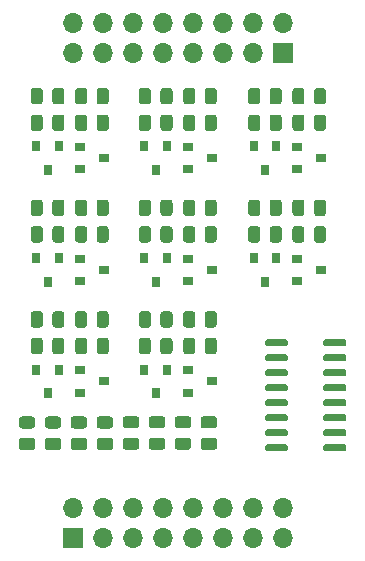
<source format=gts>
%TF.GenerationSoftware,KiCad,Pcbnew,(5.1.9)-1*%
%TF.CreationDate,2021-06-12T20:27:07+01:00*%
%TF.ProjectId,ModulePullUpDown,4d6f6475-6c65-4507-956c-6c5570446f77,rev?*%
%TF.SameCoordinates,Original*%
%TF.FileFunction,Soldermask,Top*%
%TF.FilePolarity,Negative*%
%FSLAX46Y46*%
G04 Gerber Fmt 4.6, Leading zero omitted, Abs format (unit mm)*
G04 Created by KiCad (PCBNEW (5.1.9)-1) date 2021-06-12 20:27:07*
%MOMM*%
%LPD*%
G01*
G04 APERTURE LIST*
%ADD10R,1.700000X1.700000*%
%ADD11O,1.700000X1.700000*%
%ADD12R,0.800000X0.900000*%
%ADD13R,0.900000X0.800000*%
G04 APERTURE END LIST*
D10*
%TO.C,J1*%
X26110000Y-67770000D03*
D11*
X26110000Y-65230000D03*
X28650000Y-67770000D03*
X28650000Y-65230000D03*
X31190000Y-67770000D03*
X31190000Y-65230000D03*
X33730000Y-67770000D03*
X33730000Y-65230000D03*
X36270000Y-67770000D03*
X36270000Y-65230000D03*
X38810000Y-67770000D03*
X38810000Y-65230000D03*
X41350000Y-67770000D03*
X41350000Y-65230000D03*
X43890000Y-67770000D03*
X43890000Y-65230000D03*
%TD*%
%TO.C,R38*%
G36*
G01*
X38106001Y-60349000D02*
X37205999Y-60349000D01*
G75*
G02*
X36956000Y-60099001I0J249999D01*
G01*
X36956000Y-59573999D01*
G75*
G02*
X37205999Y-59324000I249999J0D01*
G01*
X38106001Y-59324000D01*
G75*
G02*
X38356000Y-59573999I0J-249999D01*
G01*
X38356000Y-60099001D01*
G75*
G02*
X38106001Y-60349000I-249999J0D01*
G01*
G37*
G36*
G01*
X38106001Y-58524000D02*
X37205999Y-58524000D01*
G75*
G02*
X36956000Y-58274001I0J249999D01*
G01*
X36956000Y-57748999D01*
G75*
G02*
X37205999Y-57499000I249999J0D01*
G01*
X38106001Y-57499000D01*
G75*
G02*
X38356000Y-57748999I0J-249999D01*
G01*
X38356000Y-58274001D01*
G75*
G02*
X38106001Y-58524000I-249999J0D01*
G01*
G37*
%TD*%
%TO.C,R33*%
G36*
G01*
X35906001Y-60336500D02*
X35005999Y-60336500D01*
G75*
G02*
X34756000Y-60086501I0J249999D01*
G01*
X34756000Y-59561499D01*
G75*
G02*
X35005999Y-59311500I249999J0D01*
G01*
X35906001Y-59311500D01*
G75*
G02*
X36156000Y-59561499I0J-249999D01*
G01*
X36156000Y-60086501D01*
G75*
G02*
X35906001Y-60336500I-249999J0D01*
G01*
G37*
G36*
G01*
X35906001Y-58511500D02*
X35005999Y-58511500D01*
G75*
G02*
X34756000Y-58261501I0J249999D01*
G01*
X34756000Y-57736499D01*
G75*
G02*
X35005999Y-57486500I249999J0D01*
G01*
X35906001Y-57486500D01*
G75*
G02*
X36156000Y-57736499I0J-249999D01*
G01*
X36156000Y-58261501D01*
G75*
G02*
X35906001Y-58511500I-249999J0D01*
G01*
G37*
%TD*%
%TO.C,R28*%
G36*
G01*
X33706001Y-60336500D02*
X32805999Y-60336500D01*
G75*
G02*
X32556000Y-60086501I0J249999D01*
G01*
X32556000Y-59561499D01*
G75*
G02*
X32805999Y-59311500I249999J0D01*
G01*
X33706001Y-59311500D01*
G75*
G02*
X33956000Y-59561499I0J-249999D01*
G01*
X33956000Y-60086501D01*
G75*
G02*
X33706001Y-60336500I-249999J0D01*
G01*
G37*
G36*
G01*
X33706001Y-58511500D02*
X32805999Y-58511500D01*
G75*
G02*
X32556000Y-58261501I0J249999D01*
G01*
X32556000Y-57736499D01*
G75*
G02*
X32805999Y-57486500I249999J0D01*
G01*
X33706001Y-57486500D01*
G75*
G02*
X33956000Y-57736499I0J-249999D01*
G01*
X33956000Y-58261501D01*
G75*
G02*
X33706001Y-58511500I-249999J0D01*
G01*
G37*
%TD*%
%TO.C,R23*%
G36*
G01*
X31506001Y-60336500D02*
X30605999Y-60336500D01*
G75*
G02*
X30356000Y-60086501I0J249999D01*
G01*
X30356000Y-59561499D01*
G75*
G02*
X30605999Y-59311500I249999J0D01*
G01*
X31506001Y-59311500D01*
G75*
G02*
X31756000Y-59561499I0J-249999D01*
G01*
X31756000Y-60086501D01*
G75*
G02*
X31506001Y-60336500I-249999J0D01*
G01*
G37*
G36*
G01*
X31506001Y-58511500D02*
X30605999Y-58511500D01*
G75*
G02*
X30356000Y-58261501I0J249999D01*
G01*
X30356000Y-57736499D01*
G75*
G02*
X30605999Y-57486500I249999J0D01*
G01*
X31506001Y-57486500D01*
G75*
G02*
X31756000Y-57736499I0J-249999D01*
G01*
X31756000Y-58261501D01*
G75*
G02*
X31506001Y-58511500I-249999J0D01*
G01*
G37*
%TD*%
%TO.C,R18*%
G36*
G01*
X29306001Y-60361500D02*
X28405999Y-60361500D01*
G75*
G02*
X28156000Y-60111501I0J249999D01*
G01*
X28156000Y-59586499D01*
G75*
G02*
X28405999Y-59336500I249999J0D01*
G01*
X29306001Y-59336500D01*
G75*
G02*
X29556000Y-59586499I0J-249999D01*
G01*
X29556000Y-60111501D01*
G75*
G02*
X29306001Y-60361500I-249999J0D01*
G01*
G37*
G36*
G01*
X29306001Y-58536500D02*
X28405999Y-58536500D01*
G75*
G02*
X28156000Y-58286501I0J249999D01*
G01*
X28156000Y-57761499D01*
G75*
G02*
X28405999Y-57511500I249999J0D01*
G01*
X29306001Y-57511500D01*
G75*
G02*
X29556000Y-57761499I0J-249999D01*
G01*
X29556000Y-58286501D01*
G75*
G02*
X29306001Y-58536500I-249999J0D01*
G01*
G37*
%TD*%
%TO.C,R13*%
G36*
G01*
X27106001Y-60361500D02*
X26205999Y-60361500D01*
G75*
G02*
X25956000Y-60111501I0J249999D01*
G01*
X25956000Y-59586499D01*
G75*
G02*
X26205999Y-59336500I249999J0D01*
G01*
X27106001Y-59336500D01*
G75*
G02*
X27356000Y-59586499I0J-249999D01*
G01*
X27356000Y-60111501D01*
G75*
G02*
X27106001Y-60361500I-249999J0D01*
G01*
G37*
G36*
G01*
X27106001Y-58536500D02*
X26205999Y-58536500D01*
G75*
G02*
X25956000Y-58286501I0J249999D01*
G01*
X25956000Y-57761499D01*
G75*
G02*
X26205999Y-57511500I249999J0D01*
G01*
X27106001Y-57511500D01*
G75*
G02*
X27356000Y-57761499I0J-249999D01*
G01*
X27356000Y-58286501D01*
G75*
G02*
X27106001Y-58536500I-249999J0D01*
G01*
G37*
%TD*%
%TO.C,R8*%
G36*
G01*
X24906001Y-60361500D02*
X24005999Y-60361500D01*
G75*
G02*
X23756000Y-60111501I0J249999D01*
G01*
X23756000Y-59586499D01*
G75*
G02*
X24005999Y-59336500I249999J0D01*
G01*
X24906001Y-59336500D01*
G75*
G02*
X25156000Y-59586499I0J-249999D01*
G01*
X25156000Y-60111501D01*
G75*
G02*
X24906001Y-60361500I-249999J0D01*
G01*
G37*
G36*
G01*
X24906001Y-58536500D02*
X24005999Y-58536500D01*
G75*
G02*
X23756000Y-58286501I0J249999D01*
G01*
X23756000Y-57761499D01*
G75*
G02*
X24005999Y-57511500I249999J0D01*
G01*
X24906001Y-57511500D01*
G75*
G02*
X25156000Y-57761499I0J-249999D01*
G01*
X25156000Y-58286501D01*
G75*
G02*
X24906001Y-58536500I-249999J0D01*
G01*
G37*
%TD*%
%TO.C,R3*%
G36*
G01*
X22706001Y-60361500D02*
X21805999Y-60361500D01*
G75*
G02*
X21556000Y-60111501I0J249999D01*
G01*
X21556000Y-59586499D01*
G75*
G02*
X21805999Y-59336500I249999J0D01*
G01*
X22706001Y-59336500D01*
G75*
G02*
X22956000Y-59586499I0J-249999D01*
G01*
X22956000Y-60111501D01*
G75*
G02*
X22706001Y-60361500I-249999J0D01*
G01*
G37*
G36*
G01*
X22706001Y-58536500D02*
X21805999Y-58536500D01*
G75*
G02*
X21556000Y-58286501I0J249999D01*
G01*
X21556000Y-57761499D01*
G75*
G02*
X21805999Y-57511500I249999J0D01*
G01*
X22706001Y-57511500D01*
G75*
G02*
X22956000Y-57761499I0J-249999D01*
G01*
X22956000Y-58286501D01*
G75*
G02*
X22706001Y-58536500I-249999J0D01*
G01*
G37*
%TD*%
%TO.C,U1*%
G36*
G01*
X47356000Y-51429000D02*
X47356000Y-51129000D01*
G75*
G02*
X47506000Y-50979000I150000J0D01*
G01*
X49156000Y-50979000D01*
G75*
G02*
X49306000Y-51129000I0J-150000D01*
G01*
X49306000Y-51429000D01*
G75*
G02*
X49156000Y-51579000I-150000J0D01*
G01*
X47506000Y-51579000D01*
G75*
G02*
X47356000Y-51429000I0J150000D01*
G01*
G37*
G36*
G01*
X47356000Y-52699000D02*
X47356000Y-52399000D01*
G75*
G02*
X47506000Y-52249000I150000J0D01*
G01*
X49156000Y-52249000D01*
G75*
G02*
X49306000Y-52399000I0J-150000D01*
G01*
X49306000Y-52699000D01*
G75*
G02*
X49156000Y-52849000I-150000J0D01*
G01*
X47506000Y-52849000D01*
G75*
G02*
X47356000Y-52699000I0J150000D01*
G01*
G37*
G36*
G01*
X47356000Y-53969000D02*
X47356000Y-53669000D01*
G75*
G02*
X47506000Y-53519000I150000J0D01*
G01*
X49156000Y-53519000D01*
G75*
G02*
X49306000Y-53669000I0J-150000D01*
G01*
X49306000Y-53969000D01*
G75*
G02*
X49156000Y-54119000I-150000J0D01*
G01*
X47506000Y-54119000D01*
G75*
G02*
X47356000Y-53969000I0J150000D01*
G01*
G37*
G36*
G01*
X47356000Y-55239000D02*
X47356000Y-54939000D01*
G75*
G02*
X47506000Y-54789000I150000J0D01*
G01*
X49156000Y-54789000D01*
G75*
G02*
X49306000Y-54939000I0J-150000D01*
G01*
X49306000Y-55239000D01*
G75*
G02*
X49156000Y-55389000I-150000J0D01*
G01*
X47506000Y-55389000D01*
G75*
G02*
X47356000Y-55239000I0J150000D01*
G01*
G37*
G36*
G01*
X47356000Y-56509000D02*
X47356000Y-56209000D01*
G75*
G02*
X47506000Y-56059000I150000J0D01*
G01*
X49156000Y-56059000D01*
G75*
G02*
X49306000Y-56209000I0J-150000D01*
G01*
X49306000Y-56509000D01*
G75*
G02*
X49156000Y-56659000I-150000J0D01*
G01*
X47506000Y-56659000D01*
G75*
G02*
X47356000Y-56509000I0J150000D01*
G01*
G37*
G36*
G01*
X47356000Y-57779000D02*
X47356000Y-57479000D01*
G75*
G02*
X47506000Y-57329000I150000J0D01*
G01*
X49156000Y-57329000D01*
G75*
G02*
X49306000Y-57479000I0J-150000D01*
G01*
X49306000Y-57779000D01*
G75*
G02*
X49156000Y-57929000I-150000J0D01*
G01*
X47506000Y-57929000D01*
G75*
G02*
X47356000Y-57779000I0J150000D01*
G01*
G37*
G36*
G01*
X47356000Y-59049000D02*
X47356000Y-58749000D01*
G75*
G02*
X47506000Y-58599000I150000J0D01*
G01*
X49156000Y-58599000D01*
G75*
G02*
X49306000Y-58749000I0J-150000D01*
G01*
X49306000Y-59049000D01*
G75*
G02*
X49156000Y-59199000I-150000J0D01*
G01*
X47506000Y-59199000D01*
G75*
G02*
X47356000Y-59049000I0J150000D01*
G01*
G37*
G36*
G01*
X47356000Y-60319000D02*
X47356000Y-60019000D01*
G75*
G02*
X47506000Y-59869000I150000J0D01*
G01*
X49156000Y-59869000D01*
G75*
G02*
X49306000Y-60019000I0J-150000D01*
G01*
X49306000Y-60319000D01*
G75*
G02*
X49156000Y-60469000I-150000J0D01*
G01*
X47506000Y-60469000D01*
G75*
G02*
X47356000Y-60319000I0J150000D01*
G01*
G37*
G36*
G01*
X42406000Y-60319000D02*
X42406000Y-60019000D01*
G75*
G02*
X42556000Y-59869000I150000J0D01*
G01*
X44206000Y-59869000D01*
G75*
G02*
X44356000Y-60019000I0J-150000D01*
G01*
X44356000Y-60319000D01*
G75*
G02*
X44206000Y-60469000I-150000J0D01*
G01*
X42556000Y-60469000D01*
G75*
G02*
X42406000Y-60319000I0J150000D01*
G01*
G37*
G36*
G01*
X42406000Y-59049000D02*
X42406000Y-58749000D01*
G75*
G02*
X42556000Y-58599000I150000J0D01*
G01*
X44206000Y-58599000D01*
G75*
G02*
X44356000Y-58749000I0J-150000D01*
G01*
X44356000Y-59049000D01*
G75*
G02*
X44206000Y-59199000I-150000J0D01*
G01*
X42556000Y-59199000D01*
G75*
G02*
X42406000Y-59049000I0J150000D01*
G01*
G37*
G36*
G01*
X42406000Y-57779000D02*
X42406000Y-57479000D01*
G75*
G02*
X42556000Y-57329000I150000J0D01*
G01*
X44206000Y-57329000D01*
G75*
G02*
X44356000Y-57479000I0J-150000D01*
G01*
X44356000Y-57779000D01*
G75*
G02*
X44206000Y-57929000I-150000J0D01*
G01*
X42556000Y-57929000D01*
G75*
G02*
X42406000Y-57779000I0J150000D01*
G01*
G37*
G36*
G01*
X42406000Y-56509000D02*
X42406000Y-56209000D01*
G75*
G02*
X42556000Y-56059000I150000J0D01*
G01*
X44206000Y-56059000D01*
G75*
G02*
X44356000Y-56209000I0J-150000D01*
G01*
X44356000Y-56509000D01*
G75*
G02*
X44206000Y-56659000I-150000J0D01*
G01*
X42556000Y-56659000D01*
G75*
G02*
X42406000Y-56509000I0J150000D01*
G01*
G37*
G36*
G01*
X42406000Y-55239000D02*
X42406000Y-54939000D01*
G75*
G02*
X42556000Y-54789000I150000J0D01*
G01*
X44206000Y-54789000D01*
G75*
G02*
X44356000Y-54939000I0J-150000D01*
G01*
X44356000Y-55239000D01*
G75*
G02*
X44206000Y-55389000I-150000J0D01*
G01*
X42556000Y-55389000D01*
G75*
G02*
X42406000Y-55239000I0J150000D01*
G01*
G37*
G36*
G01*
X42406000Y-53969000D02*
X42406000Y-53669000D01*
G75*
G02*
X42556000Y-53519000I150000J0D01*
G01*
X44206000Y-53519000D01*
G75*
G02*
X44356000Y-53669000I0J-150000D01*
G01*
X44356000Y-53969000D01*
G75*
G02*
X44206000Y-54119000I-150000J0D01*
G01*
X42556000Y-54119000D01*
G75*
G02*
X42406000Y-53969000I0J150000D01*
G01*
G37*
G36*
G01*
X42406000Y-52699000D02*
X42406000Y-52399000D01*
G75*
G02*
X42556000Y-52249000I150000J0D01*
G01*
X44206000Y-52249000D01*
G75*
G02*
X44356000Y-52399000I0J-150000D01*
G01*
X44356000Y-52699000D01*
G75*
G02*
X44206000Y-52849000I-150000J0D01*
G01*
X42556000Y-52849000D01*
G75*
G02*
X42406000Y-52699000I0J150000D01*
G01*
G37*
G36*
G01*
X42406000Y-51429000D02*
X42406000Y-51129000D01*
G75*
G02*
X42556000Y-50979000I150000J0D01*
G01*
X44206000Y-50979000D01*
G75*
G02*
X44356000Y-51129000I0J-150000D01*
G01*
X44356000Y-51429000D01*
G75*
G02*
X44206000Y-51579000I-150000J0D01*
G01*
X42556000Y-51579000D01*
G75*
G02*
X42406000Y-51429000I0J150000D01*
G01*
G37*
%TD*%
%TO.C,R40*%
G36*
G01*
X42800000Y-42550001D02*
X42800000Y-41649999D01*
G75*
G02*
X43049999Y-41400000I249999J0D01*
G01*
X43575001Y-41400000D01*
G75*
G02*
X43825000Y-41649999I0J-249999D01*
G01*
X43825000Y-42550001D01*
G75*
G02*
X43575001Y-42800000I-249999J0D01*
G01*
X43049999Y-42800000D01*
G75*
G02*
X42800000Y-42550001I0J249999D01*
G01*
G37*
G36*
G01*
X40975000Y-42550001D02*
X40975000Y-41649999D01*
G75*
G02*
X41224999Y-41400000I249999J0D01*
G01*
X41750001Y-41400000D01*
G75*
G02*
X42000000Y-41649999I0J-249999D01*
G01*
X42000000Y-42550001D01*
G75*
G02*
X41750001Y-42800000I-249999J0D01*
G01*
X41224999Y-42800000D01*
G75*
G02*
X40975000Y-42550001I0J249999D01*
G01*
G37*
%TD*%
%TO.C,R39*%
G36*
G01*
X42800000Y-40300001D02*
X42800000Y-39399999D01*
G75*
G02*
X43049999Y-39150000I249999J0D01*
G01*
X43575001Y-39150000D01*
G75*
G02*
X43825000Y-39399999I0J-249999D01*
G01*
X43825000Y-40300001D01*
G75*
G02*
X43575001Y-40550000I-249999J0D01*
G01*
X43049999Y-40550000D01*
G75*
G02*
X42800000Y-40300001I0J249999D01*
G01*
G37*
G36*
G01*
X40975000Y-40300001D02*
X40975000Y-39399999D01*
G75*
G02*
X41224999Y-39150000I249999J0D01*
G01*
X41750001Y-39150000D01*
G75*
G02*
X42000000Y-39399999I0J-249999D01*
G01*
X42000000Y-40300001D01*
G75*
G02*
X41750001Y-40550000I-249999J0D01*
G01*
X41224999Y-40550000D01*
G75*
G02*
X40975000Y-40300001I0J249999D01*
G01*
G37*
%TD*%
%TO.C,R37*%
G36*
G01*
X46550000Y-42550001D02*
X46550000Y-41649999D01*
G75*
G02*
X46799999Y-41400000I249999J0D01*
G01*
X47325001Y-41400000D01*
G75*
G02*
X47575000Y-41649999I0J-249999D01*
G01*
X47575000Y-42550001D01*
G75*
G02*
X47325001Y-42800000I-249999J0D01*
G01*
X46799999Y-42800000D01*
G75*
G02*
X46550000Y-42550001I0J249999D01*
G01*
G37*
G36*
G01*
X44725000Y-42550001D02*
X44725000Y-41649999D01*
G75*
G02*
X44974999Y-41400000I249999J0D01*
G01*
X45500001Y-41400000D01*
G75*
G02*
X45750000Y-41649999I0J-249999D01*
G01*
X45750000Y-42550001D01*
G75*
G02*
X45500001Y-42800000I-249999J0D01*
G01*
X44974999Y-42800000D01*
G75*
G02*
X44725000Y-42550001I0J249999D01*
G01*
G37*
%TD*%
%TO.C,R36*%
G36*
G01*
X46550000Y-40300001D02*
X46550000Y-39399999D01*
G75*
G02*
X46799999Y-39150000I249999J0D01*
G01*
X47325001Y-39150000D01*
G75*
G02*
X47575000Y-39399999I0J-249999D01*
G01*
X47575000Y-40300001D01*
G75*
G02*
X47325001Y-40550000I-249999J0D01*
G01*
X46799999Y-40550000D01*
G75*
G02*
X46550000Y-40300001I0J249999D01*
G01*
G37*
G36*
G01*
X44725000Y-40300001D02*
X44725000Y-39399999D01*
G75*
G02*
X44974999Y-39150000I249999J0D01*
G01*
X45500001Y-39150000D01*
G75*
G02*
X45750000Y-39399999I0J-249999D01*
G01*
X45750000Y-40300001D01*
G75*
G02*
X45500001Y-40550000I-249999J0D01*
G01*
X44974999Y-40550000D01*
G75*
G02*
X44725000Y-40300001I0J249999D01*
G01*
G37*
%TD*%
%TO.C,R35*%
G36*
G01*
X42800000Y-33100001D02*
X42800000Y-32199999D01*
G75*
G02*
X43049999Y-31950000I249999J0D01*
G01*
X43575001Y-31950000D01*
G75*
G02*
X43825000Y-32199999I0J-249999D01*
G01*
X43825000Y-33100001D01*
G75*
G02*
X43575001Y-33350000I-249999J0D01*
G01*
X43049999Y-33350000D01*
G75*
G02*
X42800000Y-33100001I0J249999D01*
G01*
G37*
G36*
G01*
X40975000Y-33100001D02*
X40975000Y-32199999D01*
G75*
G02*
X41224999Y-31950000I249999J0D01*
G01*
X41750001Y-31950000D01*
G75*
G02*
X42000000Y-32199999I0J-249999D01*
G01*
X42000000Y-33100001D01*
G75*
G02*
X41750001Y-33350000I-249999J0D01*
G01*
X41224999Y-33350000D01*
G75*
G02*
X40975000Y-33100001I0J249999D01*
G01*
G37*
%TD*%
%TO.C,R34*%
G36*
G01*
X42800000Y-30850001D02*
X42800000Y-29949999D01*
G75*
G02*
X43049999Y-29700000I249999J0D01*
G01*
X43575001Y-29700000D01*
G75*
G02*
X43825000Y-29949999I0J-249999D01*
G01*
X43825000Y-30850001D01*
G75*
G02*
X43575001Y-31100000I-249999J0D01*
G01*
X43049999Y-31100000D01*
G75*
G02*
X42800000Y-30850001I0J249999D01*
G01*
G37*
G36*
G01*
X40975000Y-30850001D02*
X40975000Y-29949999D01*
G75*
G02*
X41224999Y-29700000I249999J0D01*
G01*
X41750001Y-29700000D01*
G75*
G02*
X42000000Y-29949999I0J-249999D01*
G01*
X42000000Y-30850001D01*
G75*
G02*
X41750001Y-31100000I-249999J0D01*
G01*
X41224999Y-31100000D01*
G75*
G02*
X40975000Y-30850001I0J249999D01*
G01*
G37*
%TD*%
%TO.C,R32*%
G36*
G01*
X46550000Y-33100001D02*
X46550000Y-32199999D01*
G75*
G02*
X46799999Y-31950000I249999J0D01*
G01*
X47325001Y-31950000D01*
G75*
G02*
X47575000Y-32199999I0J-249999D01*
G01*
X47575000Y-33100001D01*
G75*
G02*
X47325001Y-33350000I-249999J0D01*
G01*
X46799999Y-33350000D01*
G75*
G02*
X46550000Y-33100001I0J249999D01*
G01*
G37*
G36*
G01*
X44725000Y-33100001D02*
X44725000Y-32199999D01*
G75*
G02*
X44974999Y-31950000I249999J0D01*
G01*
X45500001Y-31950000D01*
G75*
G02*
X45750000Y-32199999I0J-249999D01*
G01*
X45750000Y-33100001D01*
G75*
G02*
X45500001Y-33350000I-249999J0D01*
G01*
X44974999Y-33350000D01*
G75*
G02*
X44725000Y-33100001I0J249999D01*
G01*
G37*
%TD*%
%TO.C,R31*%
G36*
G01*
X46550000Y-30850001D02*
X46550000Y-29949999D01*
G75*
G02*
X46799999Y-29700000I249999J0D01*
G01*
X47325001Y-29700000D01*
G75*
G02*
X47575000Y-29949999I0J-249999D01*
G01*
X47575000Y-30850001D01*
G75*
G02*
X47325001Y-31100000I-249999J0D01*
G01*
X46799999Y-31100000D01*
G75*
G02*
X46550000Y-30850001I0J249999D01*
G01*
G37*
G36*
G01*
X44725000Y-30850001D02*
X44725000Y-29949999D01*
G75*
G02*
X44974999Y-29700000I249999J0D01*
G01*
X45500001Y-29700000D01*
G75*
G02*
X45750000Y-29949999I0J-249999D01*
G01*
X45750000Y-30850001D01*
G75*
G02*
X45500001Y-31100000I-249999J0D01*
G01*
X44974999Y-31100000D01*
G75*
G02*
X44725000Y-30850001I0J249999D01*
G01*
G37*
%TD*%
%TO.C,R30*%
G36*
G01*
X33550000Y-52000001D02*
X33550000Y-51099999D01*
G75*
G02*
X33799999Y-50850000I249999J0D01*
G01*
X34325001Y-50850000D01*
G75*
G02*
X34575000Y-51099999I0J-249999D01*
G01*
X34575000Y-52000001D01*
G75*
G02*
X34325001Y-52250000I-249999J0D01*
G01*
X33799999Y-52250000D01*
G75*
G02*
X33550000Y-52000001I0J249999D01*
G01*
G37*
G36*
G01*
X31725000Y-52000001D02*
X31725000Y-51099999D01*
G75*
G02*
X31974999Y-50850000I249999J0D01*
G01*
X32500001Y-50850000D01*
G75*
G02*
X32750000Y-51099999I0J-249999D01*
G01*
X32750000Y-52000001D01*
G75*
G02*
X32500001Y-52250000I-249999J0D01*
G01*
X31974999Y-52250000D01*
G75*
G02*
X31725000Y-52000001I0J249999D01*
G01*
G37*
%TD*%
%TO.C,R29*%
G36*
G01*
X33550000Y-49750001D02*
X33550000Y-48849999D01*
G75*
G02*
X33799999Y-48600000I249999J0D01*
G01*
X34325001Y-48600000D01*
G75*
G02*
X34575000Y-48849999I0J-249999D01*
G01*
X34575000Y-49750001D01*
G75*
G02*
X34325001Y-50000000I-249999J0D01*
G01*
X33799999Y-50000000D01*
G75*
G02*
X33550000Y-49750001I0J249999D01*
G01*
G37*
G36*
G01*
X31725000Y-49750001D02*
X31725000Y-48849999D01*
G75*
G02*
X31974999Y-48600000I249999J0D01*
G01*
X32500001Y-48600000D01*
G75*
G02*
X32750000Y-48849999I0J-249999D01*
G01*
X32750000Y-49750001D01*
G75*
G02*
X32500001Y-50000000I-249999J0D01*
G01*
X31974999Y-50000000D01*
G75*
G02*
X31725000Y-49750001I0J249999D01*
G01*
G37*
%TD*%
%TO.C,R27*%
G36*
G01*
X37300000Y-52000001D02*
X37300000Y-51099999D01*
G75*
G02*
X37549999Y-50850000I249999J0D01*
G01*
X38075001Y-50850000D01*
G75*
G02*
X38325000Y-51099999I0J-249999D01*
G01*
X38325000Y-52000001D01*
G75*
G02*
X38075001Y-52250000I-249999J0D01*
G01*
X37549999Y-52250000D01*
G75*
G02*
X37300000Y-52000001I0J249999D01*
G01*
G37*
G36*
G01*
X35475000Y-52000001D02*
X35475000Y-51099999D01*
G75*
G02*
X35724999Y-50850000I249999J0D01*
G01*
X36250001Y-50850000D01*
G75*
G02*
X36500000Y-51099999I0J-249999D01*
G01*
X36500000Y-52000001D01*
G75*
G02*
X36250001Y-52250000I-249999J0D01*
G01*
X35724999Y-52250000D01*
G75*
G02*
X35475000Y-52000001I0J249999D01*
G01*
G37*
%TD*%
%TO.C,R26*%
G36*
G01*
X37300000Y-49750001D02*
X37300000Y-48849999D01*
G75*
G02*
X37549999Y-48600000I249999J0D01*
G01*
X38075001Y-48600000D01*
G75*
G02*
X38325000Y-48849999I0J-249999D01*
G01*
X38325000Y-49750001D01*
G75*
G02*
X38075001Y-50000000I-249999J0D01*
G01*
X37549999Y-50000000D01*
G75*
G02*
X37300000Y-49750001I0J249999D01*
G01*
G37*
G36*
G01*
X35475000Y-49750001D02*
X35475000Y-48849999D01*
G75*
G02*
X35724999Y-48600000I249999J0D01*
G01*
X36250001Y-48600000D01*
G75*
G02*
X36500000Y-48849999I0J-249999D01*
G01*
X36500000Y-49750001D01*
G75*
G02*
X36250001Y-50000000I-249999J0D01*
G01*
X35724999Y-50000000D01*
G75*
G02*
X35475000Y-49750001I0J249999D01*
G01*
G37*
%TD*%
%TO.C,R25*%
G36*
G01*
X33550000Y-42550001D02*
X33550000Y-41649999D01*
G75*
G02*
X33799999Y-41400000I249999J0D01*
G01*
X34325001Y-41400000D01*
G75*
G02*
X34575000Y-41649999I0J-249999D01*
G01*
X34575000Y-42550001D01*
G75*
G02*
X34325001Y-42800000I-249999J0D01*
G01*
X33799999Y-42800000D01*
G75*
G02*
X33550000Y-42550001I0J249999D01*
G01*
G37*
G36*
G01*
X31725000Y-42550001D02*
X31725000Y-41649999D01*
G75*
G02*
X31974999Y-41400000I249999J0D01*
G01*
X32500001Y-41400000D01*
G75*
G02*
X32750000Y-41649999I0J-249999D01*
G01*
X32750000Y-42550001D01*
G75*
G02*
X32500001Y-42800000I-249999J0D01*
G01*
X31974999Y-42800000D01*
G75*
G02*
X31725000Y-42550001I0J249999D01*
G01*
G37*
%TD*%
%TO.C,R24*%
G36*
G01*
X33550000Y-40300001D02*
X33550000Y-39399999D01*
G75*
G02*
X33799999Y-39150000I249999J0D01*
G01*
X34325001Y-39150000D01*
G75*
G02*
X34575000Y-39399999I0J-249999D01*
G01*
X34575000Y-40300001D01*
G75*
G02*
X34325001Y-40550000I-249999J0D01*
G01*
X33799999Y-40550000D01*
G75*
G02*
X33550000Y-40300001I0J249999D01*
G01*
G37*
G36*
G01*
X31725000Y-40300001D02*
X31725000Y-39399999D01*
G75*
G02*
X31974999Y-39150000I249999J0D01*
G01*
X32500001Y-39150000D01*
G75*
G02*
X32750000Y-39399999I0J-249999D01*
G01*
X32750000Y-40300001D01*
G75*
G02*
X32500001Y-40550000I-249999J0D01*
G01*
X31974999Y-40550000D01*
G75*
G02*
X31725000Y-40300001I0J249999D01*
G01*
G37*
%TD*%
%TO.C,R22*%
G36*
G01*
X37300000Y-42550001D02*
X37300000Y-41649999D01*
G75*
G02*
X37549999Y-41400000I249999J0D01*
G01*
X38075001Y-41400000D01*
G75*
G02*
X38325000Y-41649999I0J-249999D01*
G01*
X38325000Y-42550001D01*
G75*
G02*
X38075001Y-42800000I-249999J0D01*
G01*
X37549999Y-42800000D01*
G75*
G02*
X37300000Y-42550001I0J249999D01*
G01*
G37*
G36*
G01*
X35475000Y-42550001D02*
X35475000Y-41649999D01*
G75*
G02*
X35724999Y-41400000I249999J0D01*
G01*
X36250001Y-41400000D01*
G75*
G02*
X36500000Y-41649999I0J-249999D01*
G01*
X36500000Y-42550001D01*
G75*
G02*
X36250001Y-42800000I-249999J0D01*
G01*
X35724999Y-42800000D01*
G75*
G02*
X35475000Y-42550001I0J249999D01*
G01*
G37*
%TD*%
%TO.C,R21*%
G36*
G01*
X37300000Y-40300001D02*
X37300000Y-39399999D01*
G75*
G02*
X37549999Y-39150000I249999J0D01*
G01*
X38075001Y-39150000D01*
G75*
G02*
X38325000Y-39399999I0J-249999D01*
G01*
X38325000Y-40300001D01*
G75*
G02*
X38075001Y-40550000I-249999J0D01*
G01*
X37549999Y-40550000D01*
G75*
G02*
X37300000Y-40300001I0J249999D01*
G01*
G37*
G36*
G01*
X35475000Y-40300001D02*
X35475000Y-39399999D01*
G75*
G02*
X35724999Y-39150000I249999J0D01*
G01*
X36250001Y-39150000D01*
G75*
G02*
X36500000Y-39399999I0J-249999D01*
G01*
X36500000Y-40300001D01*
G75*
G02*
X36250001Y-40550000I-249999J0D01*
G01*
X35724999Y-40550000D01*
G75*
G02*
X35475000Y-40300001I0J249999D01*
G01*
G37*
%TD*%
%TO.C,R20*%
G36*
G01*
X33550000Y-33100001D02*
X33550000Y-32199999D01*
G75*
G02*
X33799999Y-31950000I249999J0D01*
G01*
X34325001Y-31950000D01*
G75*
G02*
X34575000Y-32199999I0J-249999D01*
G01*
X34575000Y-33100001D01*
G75*
G02*
X34325001Y-33350000I-249999J0D01*
G01*
X33799999Y-33350000D01*
G75*
G02*
X33550000Y-33100001I0J249999D01*
G01*
G37*
G36*
G01*
X31725000Y-33100001D02*
X31725000Y-32199999D01*
G75*
G02*
X31974999Y-31950000I249999J0D01*
G01*
X32500001Y-31950000D01*
G75*
G02*
X32750000Y-32199999I0J-249999D01*
G01*
X32750000Y-33100001D01*
G75*
G02*
X32500001Y-33350000I-249999J0D01*
G01*
X31974999Y-33350000D01*
G75*
G02*
X31725000Y-33100001I0J249999D01*
G01*
G37*
%TD*%
%TO.C,R19*%
G36*
G01*
X33550000Y-30850001D02*
X33550000Y-29949999D01*
G75*
G02*
X33799999Y-29700000I249999J0D01*
G01*
X34325001Y-29700000D01*
G75*
G02*
X34575000Y-29949999I0J-249999D01*
G01*
X34575000Y-30850001D01*
G75*
G02*
X34325001Y-31100000I-249999J0D01*
G01*
X33799999Y-31100000D01*
G75*
G02*
X33550000Y-30850001I0J249999D01*
G01*
G37*
G36*
G01*
X31725000Y-30850001D02*
X31725000Y-29949999D01*
G75*
G02*
X31974999Y-29700000I249999J0D01*
G01*
X32500001Y-29700000D01*
G75*
G02*
X32750000Y-29949999I0J-249999D01*
G01*
X32750000Y-30850001D01*
G75*
G02*
X32500001Y-31100000I-249999J0D01*
G01*
X31974999Y-31100000D01*
G75*
G02*
X31725000Y-30850001I0J249999D01*
G01*
G37*
%TD*%
%TO.C,R17*%
G36*
G01*
X37300000Y-33100001D02*
X37300000Y-32199999D01*
G75*
G02*
X37549999Y-31950000I249999J0D01*
G01*
X38075001Y-31950000D01*
G75*
G02*
X38325000Y-32199999I0J-249999D01*
G01*
X38325000Y-33100001D01*
G75*
G02*
X38075001Y-33350000I-249999J0D01*
G01*
X37549999Y-33350000D01*
G75*
G02*
X37300000Y-33100001I0J249999D01*
G01*
G37*
G36*
G01*
X35475000Y-33100001D02*
X35475000Y-32199999D01*
G75*
G02*
X35724999Y-31950000I249999J0D01*
G01*
X36250001Y-31950000D01*
G75*
G02*
X36500000Y-32199999I0J-249999D01*
G01*
X36500000Y-33100001D01*
G75*
G02*
X36250001Y-33350000I-249999J0D01*
G01*
X35724999Y-33350000D01*
G75*
G02*
X35475000Y-33100001I0J249999D01*
G01*
G37*
%TD*%
%TO.C,R16*%
G36*
G01*
X37300000Y-30850001D02*
X37300000Y-29949999D01*
G75*
G02*
X37549999Y-29700000I249999J0D01*
G01*
X38075001Y-29700000D01*
G75*
G02*
X38325000Y-29949999I0J-249999D01*
G01*
X38325000Y-30850001D01*
G75*
G02*
X38075001Y-31100000I-249999J0D01*
G01*
X37549999Y-31100000D01*
G75*
G02*
X37300000Y-30850001I0J249999D01*
G01*
G37*
G36*
G01*
X35475000Y-30850001D02*
X35475000Y-29949999D01*
G75*
G02*
X35724999Y-29700000I249999J0D01*
G01*
X36250001Y-29700000D01*
G75*
G02*
X36500000Y-29949999I0J-249999D01*
G01*
X36500000Y-30850001D01*
G75*
G02*
X36250001Y-31100000I-249999J0D01*
G01*
X35724999Y-31100000D01*
G75*
G02*
X35475000Y-30850001I0J249999D01*
G01*
G37*
%TD*%
%TO.C,R15*%
G36*
G01*
X24400000Y-52000001D02*
X24400000Y-51099999D01*
G75*
G02*
X24649999Y-50850000I249999J0D01*
G01*
X25175001Y-50850000D01*
G75*
G02*
X25425000Y-51099999I0J-249999D01*
G01*
X25425000Y-52000001D01*
G75*
G02*
X25175001Y-52250000I-249999J0D01*
G01*
X24649999Y-52250000D01*
G75*
G02*
X24400000Y-52000001I0J249999D01*
G01*
G37*
G36*
G01*
X22575000Y-52000001D02*
X22575000Y-51099999D01*
G75*
G02*
X22824999Y-50850000I249999J0D01*
G01*
X23350001Y-50850000D01*
G75*
G02*
X23600000Y-51099999I0J-249999D01*
G01*
X23600000Y-52000001D01*
G75*
G02*
X23350001Y-52250000I-249999J0D01*
G01*
X22824999Y-52250000D01*
G75*
G02*
X22575000Y-52000001I0J249999D01*
G01*
G37*
%TD*%
%TO.C,R14*%
G36*
G01*
X24400000Y-49750001D02*
X24400000Y-48849999D01*
G75*
G02*
X24649999Y-48600000I249999J0D01*
G01*
X25175001Y-48600000D01*
G75*
G02*
X25425000Y-48849999I0J-249999D01*
G01*
X25425000Y-49750001D01*
G75*
G02*
X25175001Y-50000000I-249999J0D01*
G01*
X24649999Y-50000000D01*
G75*
G02*
X24400000Y-49750001I0J249999D01*
G01*
G37*
G36*
G01*
X22575000Y-49750001D02*
X22575000Y-48849999D01*
G75*
G02*
X22824999Y-48600000I249999J0D01*
G01*
X23350001Y-48600000D01*
G75*
G02*
X23600000Y-48849999I0J-249999D01*
G01*
X23600000Y-49750001D01*
G75*
G02*
X23350001Y-50000000I-249999J0D01*
G01*
X22824999Y-50000000D01*
G75*
G02*
X22575000Y-49750001I0J249999D01*
G01*
G37*
%TD*%
%TO.C,R12*%
G36*
G01*
X28150000Y-52000001D02*
X28150000Y-51099999D01*
G75*
G02*
X28399999Y-50850000I249999J0D01*
G01*
X28925001Y-50850000D01*
G75*
G02*
X29175000Y-51099999I0J-249999D01*
G01*
X29175000Y-52000001D01*
G75*
G02*
X28925001Y-52250000I-249999J0D01*
G01*
X28399999Y-52250000D01*
G75*
G02*
X28150000Y-52000001I0J249999D01*
G01*
G37*
G36*
G01*
X26325000Y-52000001D02*
X26325000Y-51099999D01*
G75*
G02*
X26574999Y-50850000I249999J0D01*
G01*
X27100001Y-50850000D01*
G75*
G02*
X27350000Y-51099999I0J-249999D01*
G01*
X27350000Y-52000001D01*
G75*
G02*
X27100001Y-52250000I-249999J0D01*
G01*
X26574999Y-52250000D01*
G75*
G02*
X26325000Y-52000001I0J249999D01*
G01*
G37*
%TD*%
%TO.C,R11*%
G36*
G01*
X28150000Y-49750001D02*
X28150000Y-48849999D01*
G75*
G02*
X28399999Y-48600000I249999J0D01*
G01*
X28925001Y-48600000D01*
G75*
G02*
X29175000Y-48849999I0J-249999D01*
G01*
X29175000Y-49750001D01*
G75*
G02*
X28925001Y-50000000I-249999J0D01*
G01*
X28399999Y-50000000D01*
G75*
G02*
X28150000Y-49750001I0J249999D01*
G01*
G37*
G36*
G01*
X26325000Y-49750001D02*
X26325000Y-48849999D01*
G75*
G02*
X26574999Y-48600000I249999J0D01*
G01*
X27100001Y-48600000D01*
G75*
G02*
X27350000Y-48849999I0J-249999D01*
G01*
X27350000Y-49750001D01*
G75*
G02*
X27100001Y-50000000I-249999J0D01*
G01*
X26574999Y-50000000D01*
G75*
G02*
X26325000Y-49750001I0J249999D01*
G01*
G37*
%TD*%
%TO.C,R10*%
G36*
G01*
X24400000Y-42550001D02*
X24400000Y-41649999D01*
G75*
G02*
X24649999Y-41400000I249999J0D01*
G01*
X25175001Y-41400000D01*
G75*
G02*
X25425000Y-41649999I0J-249999D01*
G01*
X25425000Y-42550001D01*
G75*
G02*
X25175001Y-42800000I-249999J0D01*
G01*
X24649999Y-42800000D01*
G75*
G02*
X24400000Y-42550001I0J249999D01*
G01*
G37*
G36*
G01*
X22575000Y-42550001D02*
X22575000Y-41649999D01*
G75*
G02*
X22824999Y-41400000I249999J0D01*
G01*
X23350001Y-41400000D01*
G75*
G02*
X23600000Y-41649999I0J-249999D01*
G01*
X23600000Y-42550001D01*
G75*
G02*
X23350001Y-42800000I-249999J0D01*
G01*
X22824999Y-42800000D01*
G75*
G02*
X22575000Y-42550001I0J249999D01*
G01*
G37*
%TD*%
%TO.C,R9*%
G36*
G01*
X24400000Y-40300001D02*
X24400000Y-39399999D01*
G75*
G02*
X24649999Y-39150000I249999J0D01*
G01*
X25175001Y-39150000D01*
G75*
G02*
X25425000Y-39399999I0J-249999D01*
G01*
X25425000Y-40300001D01*
G75*
G02*
X25175001Y-40550000I-249999J0D01*
G01*
X24649999Y-40550000D01*
G75*
G02*
X24400000Y-40300001I0J249999D01*
G01*
G37*
G36*
G01*
X22575000Y-40300001D02*
X22575000Y-39399999D01*
G75*
G02*
X22824999Y-39150000I249999J0D01*
G01*
X23350001Y-39150000D01*
G75*
G02*
X23600000Y-39399999I0J-249999D01*
G01*
X23600000Y-40300001D01*
G75*
G02*
X23350001Y-40550000I-249999J0D01*
G01*
X22824999Y-40550000D01*
G75*
G02*
X22575000Y-40300001I0J249999D01*
G01*
G37*
%TD*%
%TO.C,R7*%
G36*
G01*
X28150000Y-42550001D02*
X28150000Y-41649999D01*
G75*
G02*
X28399999Y-41400000I249999J0D01*
G01*
X28925001Y-41400000D01*
G75*
G02*
X29175000Y-41649999I0J-249999D01*
G01*
X29175000Y-42550001D01*
G75*
G02*
X28925001Y-42800000I-249999J0D01*
G01*
X28399999Y-42800000D01*
G75*
G02*
X28150000Y-42550001I0J249999D01*
G01*
G37*
G36*
G01*
X26325000Y-42550001D02*
X26325000Y-41649999D01*
G75*
G02*
X26574999Y-41400000I249999J0D01*
G01*
X27100001Y-41400000D01*
G75*
G02*
X27350000Y-41649999I0J-249999D01*
G01*
X27350000Y-42550001D01*
G75*
G02*
X27100001Y-42800000I-249999J0D01*
G01*
X26574999Y-42800000D01*
G75*
G02*
X26325000Y-42550001I0J249999D01*
G01*
G37*
%TD*%
%TO.C,R6*%
G36*
G01*
X28150000Y-40300001D02*
X28150000Y-39399999D01*
G75*
G02*
X28399999Y-39150000I249999J0D01*
G01*
X28925001Y-39150000D01*
G75*
G02*
X29175000Y-39399999I0J-249999D01*
G01*
X29175000Y-40300001D01*
G75*
G02*
X28925001Y-40550000I-249999J0D01*
G01*
X28399999Y-40550000D01*
G75*
G02*
X28150000Y-40300001I0J249999D01*
G01*
G37*
G36*
G01*
X26325000Y-40300001D02*
X26325000Y-39399999D01*
G75*
G02*
X26574999Y-39150000I249999J0D01*
G01*
X27100001Y-39150000D01*
G75*
G02*
X27350000Y-39399999I0J-249999D01*
G01*
X27350000Y-40300001D01*
G75*
G02*
X27100001Y-40550000I-249999J0D01*
G01*
X26574999Y-40550000D01*
G75*
G02*
X26325000Y-40300001I0J249999D01*
G01*
G37*
%TD*%
D12*
%TO.C,Q16*%
X42400000Y-46100000D03*
X41450000Y-44100000D03*
X43350000Y-44100000D03*
%TD*%
D13*
%TO.C,Q15*%
X47150000Y-45100000D03*
X45150000Y-46050000D03*
X45150000Y-44150000D03*
%TD*%
D12*
%TO.C,Q14*%
X42400000Y-36650000D03*
X41450000Y-34650000D03*
X43350000Y-34650000D03*
%TD*%
D13*
%TO.C,Q13*%
X47150000Y-35650000D03*
X45150000Y-36600000D03*
X45150000Y-34700000D03*
%TD*%
D12*
%TO.C,Q12*%
X33150000Y-55550000D03*
X32200000Y-53550000D03*
X34100000Y-53550000D03*
%TD*%
D13*
%TO.C,Q11*%
X37900000Y-54550000D03*
X35900000Y-55500000D03*
X35900000Y-53600000D03*
%TD*%
D12*
%TO.C,Q10*%
X33150000Y-46100000D03*
X32200000Y-44100000D03*
X34100000Y-44100000D03*
%TD*%
D13*
%TO.C,Q9*%
X37900000Y-45100000D03*
X35900000Y-46050000D03*
X35900000Y-44150000D03*
%TD*%
D12*
%TO.C,Q8*%
X33150000Y-36650000D03*
X32200000Y-34650000D03*
X34100000Y-34650000D03*
%TD*%
D13*
%TO.C,Q7*%
X37900000Y-35650000D03*
X35900000Y-36600000D03*
X35900000Y-34700000D03*
%TD*%
D12*
%TO.C,Q6*%
X24000000Y-55550000D03*
X23050000Y-53550000D03*
X24950000Y-53550000D03*
%TD*%
D13*
%TO.C,Q5*%
X28750000Y-54550000D03*
X26750000Y-55500000D03*
X26750000Y-53600000D03*
%TD*%
D12*
%TO.C,Q4*%
X24000000Y-46100000D03*
X23050000Y-44100000D03*
X24950000Y-44100000D03*
%TD*%
D13*
%TO.C,Q3*%
X28750000Y-45100000D03*
X26750000Y-46050000D03*
X26750000Y-44150000D03*
%TD*%
%TO.C,R5*%
G36*
G01*
X24400000Y-33100001D02*
X24400000Y-32199999D01*
G75*
G02*
X24649999Y-31950000I249999J0D01*
G01*
X25175001Y-31950000D01*
G75*
G02*
X25425000Y-32199999I0J-249999D01*
G01*
X25425000Y-33100001D01*
G75*
G02*
X25175001Y-33350000I-249999J0D01*
G01*
X24649999Y-33350000D01*
G75*
G02*
X24400000Y-33100001I0J249999D01*
G01*
G37*
G36*
G01*
X22575000Y-33100001D02*
X22575000Y-32199999D01*
G75*
G02*
X22824999Y-31950000I249999J0D01*
G01*
X23350001Y-31950000D01*
G75*
G02*
X23600000Y-32199999I0J-249999D01*
G01*
X23600000Y-33100001D01*
G75*
G02*
X23350001Y-33350000I-249999J0D01*
G01*
X22824999Y-33350000D01*
G75*
G02*
X22575000Y-33100001I0J249999D01*
G01*
G37*
%TD*%
%TO.C,R4*%
G36*
G01*
X24400000Y-30850001D02*
X24400000Y-29949999D01*
G75*
G02*
X24649999Y-29700000I249999J0D01*
G01*
X25175001Y-29700000D01*
G75*
G02*
X25425000Y-29949999I0J-249999D01*
G01*
X25425000Y-30850001D01*
G75*
G02*
X25175001Y-31100000I-249999J0D01*
G01*
X24649999Y-31100000D01*
G75*
G02*
X24400000Y-30850001I0J249999D01*
G01*
G37*
G36*
G01*
X22575000Y-30850001D02*
X22575000Y-29949999D01*
G75*
G02*
X22824999Y-29700000I249999J0D01*
G01*
X23350001Y-29700000D01*
G75*
G02*
X23600000Y-29949999I0J-249999D01*
G01*
X23600000Y-30850001D01*
G75*
G02*
X23350001Y-31100000I-249999J0D01*
G01*
X22824999Y-31100000D01*
G75*
G02*
X22575000Y-30850001I0J249999D01*
G01*
G37*
%TD*%
%TO.C,R2*%
G36*
G01*
X28150000Y-33100001D02*
X28150000Y-32199999D01*
G75*
G02*
X28399999Y-31950000I249999J0D01*
G01*
X28925001Y-31950000D01*
G75*
G02*
X29175000Y-32199999I0J-249999D01*
G01*
X29175000Y-33100001D01*
G75*
G02*
X28925001Y-33350000I-249999J0D01*
G01*
X28399999Y-33350000D01*
G75*
G02*
X28150000Y-33100001I0J249999D01*
G01*
G37*
G36*
G01*
X26325000Y-33100001D02*
X26325000Y-32199999D01*
G75*
G02*
X26574999Y-31950000I249999J0D01*
G01*
X27100001Y-31950000D01*
G75*
G02*
X27350000Y-32199999I0J-249999D01*
G01*
X27350000Y-33100001D01*
G75*
G02*
X27100001Y-33350000I-249999J0D01*
G01*
X26574999Y-33350000D01*
G75*
G02*
X26325000Y-33100001I0J249999D01*
G01*
G37*
%TD*%
%TO.C,R1*%
G36*
G01*
X28150000Y-30850001D02*
X28150000Y-29949999D01*
G75*
G02*
X28399999Y-29700000I249999J0D01*
G01*
X28925001Y-29700000D01*
G75*
G02*
X29175000Y-29949999I0J-249999D01*
G01*
X29175000Y-30850001D01*
G75*
G02*
X28925001Y-31100000I-249999J0D01*
G01*
X28399999Y-31100000D01*
G75*
G02*
X28150000Y-30850001I0J249999D01*
G01*
G37*
G36*
G01*
X26325000Y-30850001D02*
X26325000Y-29949999D01*
G75*
G02*
X26574999Y-29700000I249999J0D01*
G01*
X27100001Y-29700000D01*
G75*
G02*
X27350000Y-29949999I0J-249999D01*
G01*
X27350000Y-30850001D01*
G75*
G02*
X27100001Y-31100000I-249999J0D01*
G01*
X26574999Y-31100000D01*
G75*
G02*
X26325000Y-30850001I0J249999D01*
G01*
G37*
%TD*%
D12*
%TO.C,Q2*%
X24000000Y-36650000D03*
X23050000Y-34650000D03*
X24950000Y-34650000D03*
%TD*%
D13*
%TO.C,Q1*%
X28750000Y-35650000D03*
X26750000Y-36600000D03*
X26750000Y-34700000D03*
%TD*%
D10*
%TO.C,J2*%
X43890000Y-26770000D03*
D11*
X43890000Y-24230000D03*
X41350000Y-26770000D03*
X41350000Y-24230000D03*
X38810000Y-26770000D03*
X38810000Y-24230000D03*
X36270000Y-26770000D03*
X36270000Y-24230000D03*
X33730000Y-26770000D03*
X33730000Y-24230000D03*
X31190000Y-26770000D03*
X31190000Y-24230000D03*
X28650000Y-26770000D03*
X28650000Y-24230000D03*
X26110000Y-26770000D03*
X26110000Y-24230000D03*
%TD*%
M02*

</source>
